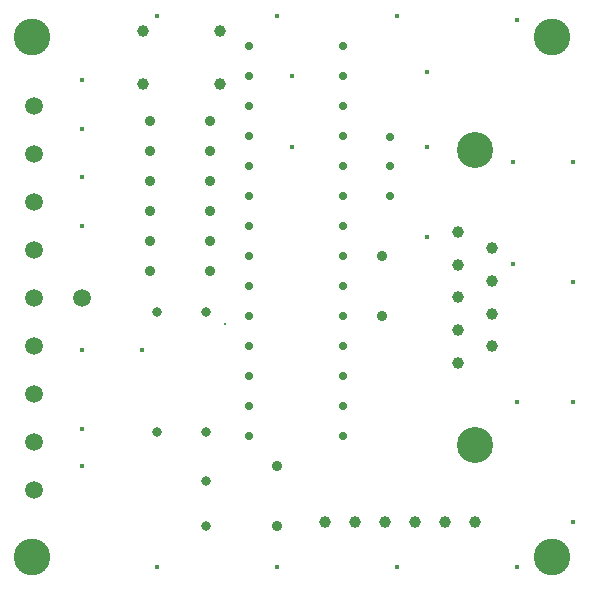
<source format=gbr>
G04 DesignSpark PCB PRO Gerber Version 10.0 Build 5299*
G04 #@! TF.Part,Single*
G04 #@! TF.FilePolarity,Positive*
%FSLAX35Y35*%
%MOIN*%
G04 #@! TA.AperFunction,ViaDrill*
%ADD22C,0.01181*%
%ADD21C,0.01600*%
G04 #@! TA.AperFunction,ComponentDrill*
%ADD29C,0.02874*%
%ADD27C,0.02886*%
%ADD72C,0.03200*%
%ADD28C,0.03500*%
%ADD25C,0.03937*%
%ADD24C,0.05906*%
%ADD26C,0.12008*%
G04 #@! TA.AperFunction,MechanicalDrill*
%ADD23C,0.12205*%
G04 #@! TD.AperFunction*
X0Y0D02*
D02*
D21*
X65250Y157164D03*
Y169664D03*
Y195914D03*
Y237164D03*
Y253414D03*
Y269664D03*
Y285914D03*
X85250Y195914D03*
X90250Y123414D03*
Y307164D03*
X130250Y123414D03*
Y307164D03*
X135250Y263414D03*
Y287164D03*
X170250Y123414D03*
Y307164D03*
X180250Y233414D03*
Y263414D03*
Y288414D03*
X209000Y224664D03*
Y258414D03*
X210250Y123414D03*
Y178414D03*
Y305914D03*
X229000Y138414D03*
Y178414D03*
Y218414D03*
Y258414D03*
D02*
D22*
X112750Y204664D03*
D02*
D23*
X48636Y127000D03*
Y300229D03*
X221864Y127000D03*
Y300229D03*
D02*
D24*
X49260Y149247D03*
Y165247D03*
Y181247D03*
Y197247D03*
Y213247D03*
Y229247D03*
Y245247D03*
Y261247D03*
Y277247D03*
X65260Y213247D03*
D02*
D25*
X85644Y284447D03*
Y302164D03*
X111234Y284447D03*
Y302164D03*
X146254Y138455D03*
X156254D03*
X166254D03*
X176254D03*
X186254D03*
X190594Y191603D03*
Y202508D03*
Y213414D03*
Y224319D03*
Y235225D03*
X196254Y138455D03*
X201776Y197056D03*
Y207961D03*
Y218867D03*
Y229772D03*
D02*
D26*
X196185Y164221D03*
Y262607D03*
D02*
D27*
X120874Y167164D03*
Y177164D03*
Y187164D03*
Y197164D03*
Y207164D03*
Y217164D03*
Y227164D03*
Y237164D03*
Y247164D03*
Y257164D03*
Y267164D03*
Y277164D03*
Y287164D03*
Y297164D03*
X152126Y167164D03*
Y177164D03*
Y187164D03*
Y197164D03*
Y207164D03*
Y217164D03*
Y227164D03*
Y237164D03*
Y247164D03*
Y257164D03*
Y267164D03*
Y277164D03*
Y287164D03*
Y297164D03*
D02*
D28*
X87750Y222164D03*
Y232164D03*
Y242164D03*
Y252164D03*
Y262164D03*
Y272164D03*
X107750Y222164D03*
Y232164D03*
Y242164D03*
Y252164D03*
Y262164D03*
Y272164D03*
X130250Y137164D03*
Y157164D03*
X165250Y207164D03*
Y227164D03*
D02*
D29*
X167750Y247321D03*
Y257164D03*
Y267006D03*
D02*
D72*
X90250Y168414D03*
Y208414D03*
X106500Y137164D03*
Y152164D03*
Y168414D03*
Y208414D03*
X0Y0D02*
M02*

</source>
